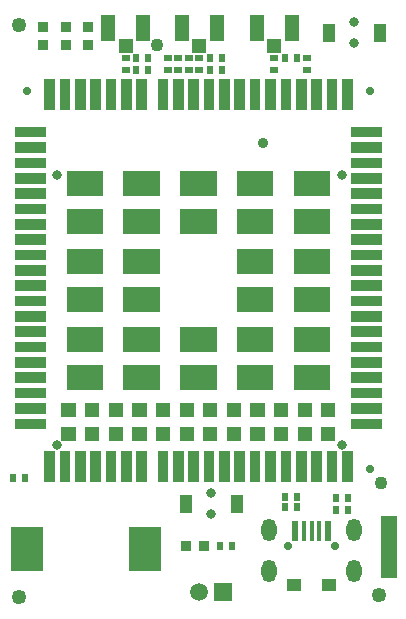
<source format=gbr>
G04 #@! TF.GenerationSoftware,KiCad,Pcbnew,5.1.0-rc2-unknown-036be7d~80~ubuntu16.04.1*
G04 #@! TF.CreationDate,2022-02-25T15:09:56+02:00*
G04 #@! TF.ProjectId,USB-gLINK_Rev_D,5553422d-674c-4494-9e4b-5f5265765f44,D*
G04 #@! TF.SameCoordinates,Original*
G04 #@! TF.FileFunction,Soldermask,Top*
G04 #@! TF.FilePolarity,Negative*
%FSLAX46Y46*%
G04 Gerber Fmt 4.6, Leading zero omitted, Abs format (unit mm)*
G04 Created by KiCad (PCBNEW 5.1.0-rc2-unknown-036be7d~80~ubuntu16.04.1) date 2022-02-25 15:09:56*
%MOMM*%
%LPD*%
G04 APERTURE LIST*
%ADD10C,0.100000*%
%ADD11R,2.801600X3.701600*%
%ADD12C,0.801600*%
%ADD13R,1.001600X1.601600*%
%ADD14R,0.601600X1.751600*%
%ADD15R,0.426600X1.751600*%
%ADD16C,0.701600*%
%ADD17R,1.201600X1.101600*%
%ADD18O,1.301600X1.901600*%
%ADD19R,0.651600X0.601600*%
%ADD20C,2.101600*%
%ADD21C,1.201600*%
%ADD22C,0.901600*%
%ADD23R,0.901600X0.901600*%
%ADD24C,1.501600*%
%ADD25R,1.501600X1.501600*%
%ADD26R,0.601600X0.651600*%
%ADD27C,1.254000*%
%ADD28C,1.101600*%
%ADD29R,1.151600X2.301600*%
%ADD30R,1.151600X1.151600*%
G04 APERTURE END LIST*
D10*
G36*
X160147000Y-98806000D02*
G01*
X158877000Y-98806000D01*
X158877000Y-93599000D01*
X160147000Y-93599000D01*
X160147000Y-98806000D01*
G37*
X160147000Y-98806000D02*
X158877000Y-98806000D01*
X158877000Y-93599000D01*
X160147000Y-93599000D01*
X160147000Y-98806000D01*
D11*
X138905000Y-96393000D03*
X128905000Y-96393000D03*
D12*
X155575000Y-87630000D03*
X155575000Y-64770000D03*
X131445000Y-87630000D03*
X131445000Y-64770000D03*
D13*
X158831501Y-52705000D03*
X154477501Y-52705000D03*
D12*
X156654501Y-53605000D03*
X156654501Y-51805000D03*
D13*
X146703000Y-92583000D03*
X142349000Y-92583000D03*
D12*
X144526000Y-93483000D03*
X144526000Y-91683000D03*
D14*
X151647500Y-94894000D03*
D15*
X152385000Y-94894000D03*
X153035000Y-94894000D03*
X153685000Y-94894000D03*
D14*
X154422500Y-94894000D03*
D16*
X151035000Y-96144000D03*
X155035000Y-96144000D03*
D17*
X151535000Y-99444000D03*
X154535000Y-99444000D03*
D18*
X149435000Y-98294000D03*
X149435000Y-94824000D03*
X156635000Y-94824000D03*
X156635000Y-98294000D03*
D19*
X140843000Y-55880000D03*
X140843000Y-54864000D03*
X141732000Y-54864000D03*
X141732000Y-55880000D03*
X142621000Y-54864000D03*
X142621000Y-55880000D03*
D20*
X143446500Y-68660000D03*
D10*
G36*
X141895700Y-67609200D02*
G01*
X144997300Y-67609200D01*
X144997300Y-69710800D01*
X141895700Y-69710800D01*
X141895700Y-67609200D01*
X141895700Y-67609200D01*
G37*
D20*
X143446500Y-65460000D03*
D10*
G36*
X141895700Y-64409200D02*
G01*
X144997300Y-64409200D01*
X144997300Y-66510800D01*
X141895700Y-66510800D01*
X141895700Y-64409200D01*
X141895700Y-64409200D01*
G37*
D20*
X138646500Y-65460000D03*
D10*
G36*
X137095700Y-64409200D02*
G01*
X140197300Y-64409200D01*
X140197300Y-66510800D01*
X137095700Y-66510800D01*
X137095700Y-64409200D01*
X137095700Y-64409200D01*
G37*
D20*
X153046500Y-68660000D03*
D10*
G36*
X151495700Y-67609200D02*
G01*
X154597300Y-67609200D01*
X154597300Y-69710800D01*
X151495700Y-69710800D01*
X151495700Y-67609200D01*
X151495700Y-67609200D01*
G37*
D20*
X148246500Y-68660000D03*
D10*
G36*
X146695700Y-67609200D02*
G01*
X149797300Y-67609200D01*
X149797300Y-69710800D01*
X146695700Y-69710800D01*
X146695700Y-67609200D01*
X146695700Y-67609200D01*
G37*
D20*
X153046500Y-65460000D03*
D10*
G36*
X151495700Y-64409200D02*
G01*
X154597300Y-64409200D01*
X154597300Y-66510800D01*
X151495700Y-66510800D01*
X151495700Y-64409200D01*
X151495700Y-64409200D01*
G37*
D20*
X138646500Y-68660000D03*
D10*
G36*
X137095700Y-67609200D02*
G01*
X140197300Y-67609200D01*
X140197300Y-69710800D01*
X137095700Y-69710800D01*
X137095700Y-67609200D01*
X137095700Y-67609200D01*
G37*
D20*
X148246500Y-65460000D03*
D10*
G36*
X146695700Y-64409200D02*
G01*
X149797300Y-64409200D01*
X149797300Y-66510800D01*
X146695700Y-66510800D01*
X146695700Y-64409200D01*
X146695700Y-64409200D01*
G37*
D20*
X133846500Y-65460000D03*
D10*
G36*
X132295700Y-64409200D02*
G01*
X135397300Y-64409200D01*
X135397300Y-66510800D01*
X132295700Y-66510800D01*
X132295700Y-64409200D01*
X132295700Y-64409200D01*
G37*
D20*
X133846500Y-68660000D03*
D10*
G36*
X132295700Y-67609200D02*
G01*
X135397300Y-67609200D01*
X135397300Y-69710800D01*
X132295700Y-69710800D01*
X132295700Y-67609200D01*
X132295700Y-67609200D01*
G37*
D20*
X148246500Y-75260000D03*
D10*
G36*
X146695700Y-74209200D02*
G01*
X149797300Y-74209200D01*
X149797300Y-76310800D01*
X146695700Y-76310800D01*
X146695700Y-74209200D01*
X146695700Y-74209200D01*
G37*
D20*
X148246500Y-72060000D03*
D10*
G36*
X146695700Y-71009200D02*
G01*
X149797300Y-71009200D01*
X149797300Y-73110800D01*
X146695700Y-73110800D01*
X146695700Y-71009200D01*
X146695700Y-71009200D01*
G37*
D20*
X138646500Y-72060000D03*
D10*
G36*
X137095700Y-71009200D02*
G01*
X140197300Y-71009200D01*
X140197300Y-73110800D01*
X137095700Y-73110800D01*
X137095700Y-71009200D01*
X137095700Y-71009200D01*
G37*
D20*
X153046500Y-75260000D03*
D10*
G36*
X151495700Y-74209200D02*
G01*
X154597300Y-74209200D01*
X154597300Y-76310800D01*
X151495700Y-76310800D01*
X151495700Y-74209200D01*
X151495700Y-74209200D01*
G37*
D20*
X153046500Y-72060000D03*
D10*
G36*
X151495700Y-71009200D02*
G01*
X154597300Y-71009200D01*
X154597300Y-73110800D01*
X151495700Y-73110800D01*
X151495700Y-71009200D01*
X151495700Y-71009200D01*
G37*
D20*
X138646500Y-75260000D03*
D10*
G36*
X137095700Y-74209200D02*
G01*
X140197300Y-74209200D01*
X140197300Y-76310800D01*
X137095700Y-76310800D01*
X137095700Y-74209200D01*
X137095700Y-74209200D01*
G37*
D20*
X133846500Y-72060000D03*
D10*
G36*
X132295700Y-71009200D02*
G01*
X135397300Y-71009200D01*
X135397300Y-73110800D01*
X132295700Y-73110800D01*
X132295700Y-71009200D01*
X132295700Y-71009200D01*
G37*
D20*
X133846500Y-75260000D03*
D10*
G36*
X132295700Y-74209200D02*
G01*
X135397300Y-74209200D01*
X135397300Y-76310800D01*
X132295700Y-76310800D01*
X132295700Y-74209200D01*
X132295700Y-74209200D01*
G37*
D20*
X143446500Y-78660000D03*
D10*
G36*
X141895700Y-77609200D02*
G01*
X144997300Y-77609200D01*
X144997300Y-79710800D01*
X141895700Y-79710800D01*
X141895700Y-77609200D01*
X141895700Y-77609200D01*
G37*
D20*
X148246500Y-78660000D03*
D10*
G36*
X146695700Y-77609200D02*
G01*
X149797300Y-77609200D01*
X149797300Y-79710800D01*
X146695700Y-79710800D01*
X146695700Y-77609200D01*
X146695700Y-77609200D01*
G37*
D20*
X153046500Y-78660000D03*
D10*
G36*
X151495700Y-77609200D02*
G01*
X154597300Y-77609200D01*
X154597300Y-79710800D01*
X151495700Y-79710800D01*
X151495700Y-77609200D01*
X151495700Y-77609200D01*
G37*
D20*
X138646500Y-78660000D03*
D10*
G36*
X137095700Y-77609200D02*
G01*
X140197300Y-77609200D01*
X140197300Y-79710800D01*
X137095700Y-79710800D01*
X137095700Y-77609200D01*
X137095700Y-77609200D01*
G37*
D20*
X133846500Y-78660000D03*
D10*
G36*
X132295700Y-77609200D02*
G01*
X135397300Y-77609200D01*
X135397300Y-79710800D01*
X132295700Y-79710800D01*
X132295700Y-77609200D01*
X132295700Y-77609200D01*
G37*
D20*
X153046500Y-81860000D03*
D10*
G36*
X151495700Y-80809200D02*
G01*
X154597300Y-80809200D01*
X154597300Y-82910800D01*
X151495700Y-82910800D01*
X151495700Y-80809200D01*
X151495700Y-80809200D01*
G37*
D20*
X148246500Y-81860000D03*
D10*
G36*
X146695700Y-80809200D02*
G01*
X149797300Y-80809200D01*
X149797300Y-82910800D01*
X146695700Y-82910800D01*
X146695700Y-80809200D01*
X146695700Y-80809200D01*
G37*
D20*
X143446500Y-81860000D03*
D10*
G36*
X141895700Y-80809200D02*
G01*
X144997300Y-80809200D01*
X144997300Y-82910800D01*
X141895700Y-82910800D01*
X141895700Y-80809200D01*
X141895700Y-80809200D01*
G37*
D20*
X138646500Y-81860000D03*
D10*
G36*
X137095700Y-80809200D02*
G01*
X140197300Y-80809200D01*
X140197300Y-82910800D01*
X137095700Y-82910800D01*
X137095700Y-80809200D01*
X137095700Y-80809200D01*
G37*
D20*
X133846500Y-81860000D03*
D10*
G36*
X132295700Y-80809200D02*
G01*
X135397300Y-80809200D01*
X135397300Y-82910800D01*
X132295700Y-82910800D01*
X132295700Y-80809200D01*
X132295700Y-80809200D01*
G37*
D16*
X157946500Y-57660000D03*
D21*
X144446500Y-84660000D03*
D10*
G36*
X143845700Y-84059200D02*
G01*
X145047300Y-84059200D01*
X145047300Y-85260800D01*
X143845700Y-85260800D01*
X143845700Y-84059200D01*
X143845700Y-84059200D01*
G37*
D21*
X150446500Y-86660000D03*
D10*
G36*
X149845700Y-86059200D02*
G01*
X151047300Y-86059200D01*
X151047300Y-87260800D01*
X149845700Y-87260800D01*
X149845700Y-86059200D01*
X149845700Y-86059200D01*
G37*
D21*
X146446500Y-84660000D03*
D10*
G36*
X145845700Y-84059200D02*
G01*
X147047300Y-84059200D01*
X147047300Y-85260800D01*
X145845700Y-85260800D01*
X145845700Y-84059200D01*
X145845700Y-84059200D01*
G37*
D21*
X152446500Y-84660000D03*
D10*
G36*
X151845700Y-84059200D02*
G01*
X153047300Y-84059200D01*
X153047300Y-85260800D01*
X151845700Y-85260800D01*
X151845700Y-84059200D01*
X151845700Y-84059200D01*
G37*
D21*
X150446500Y-84660000D03*
D10*
G36*
X149845700Y-84059200D02*
G01*
X151047300Y-84059200D01*
X151047300Y-85260800D01*
X149845700Y-85260800D01*
X149845700Y-84059200D01*
X149845700Y-84059200D01*
G37*
D21*
X144446500Y-86660000D03*
D10*
G36*
X143845700Y-86059200D02*
G01*
X145047300Y-86059200D01*
X145047300Y-87260800D01*
X143845700Y-87260800D01*
X143845700Y-86059200D01*
X143845700Y-86059200D01*
G37*
D21*
X148446500Y-84660000D03*
D10*
G36*
X147845700Y-84059200D02*
G01*
X149047300Y-84059200D01*
X149047300Y-85260800D01*
X147845700Y-85260800D01*
X147845700Y-84059200D01*
X147845700Y-84059200D01*
G37*
D21*
X148446500Y-86660000D03*
D10*
G36*
X147845700Y-86059200D02*
G01*
X149047300Y-86059200D01*
X149047300Y-87260800D01*
X147845700Y-87260800D01*
X147845700Y-86059200D01*
X147845700Y-86059200D01*
G37*
D21*
X154446500Y-84660000D03*
D10*
G36*
X153845700Y-84059200D02*
G01*
X155047300Y-84059200D01*
X155047300Y-85260800D01*
X153845700Y-85260800D01*
X153845700Y-84059200D01*
X153845700Y-84059200D01*
G37*
D21*
X154446500Y-86660000D03*
D10*
G36*
X153845700Y-86059200D02*
G01*
X155047300Y-86059200D01*
X155047300Y-87260800D01*
X153845700Y-87260800D01*
X153845700Y-86059200D01*
X153845700Y-86059200D01*
G37*
D21*
X146446500Y-86660000D03*
D10*
G36*
X145845700Y-86059200D02*
G01*
X147047300Y-86059200D01*
X147047300Y-87260800D01*
X145845700Y-87260800D01*
X145845700Y-86059200D01*
X145845700Y-86059200D01*
G37*
D21*
X152446500Y-86660000D03*
D10*
G36*
X151845700Y-86059200D02*
G01*
X153047300Y-86059200D01*
X153047300Y-87260800D01*
X151845700Y-87260800D01*
X151845700Y-86059200D01*
X151845700Y-86059200D01*
G37*
D21*
X142446500Y-84660000D03*
D10*
G36*
X141845700Y-84059200D02*
G01*
X143047300Y-84059200D01*
X143047300Y-85260800D01*
X141845700Y-85260800D01*
X141845700Y-84059200D01*
X141845700Y-84059200D01*
G37*
D21*
X142446500Y-86660000D03*
D10*
G36*
X141845700Y-86059200D02*
G01*
X143047300Y-86059200D01*
X143047300Y-87260800D01*
X141845700Y-87260800D01*
X141845700Y-86059200D01*
X141845700Y-86059200D01*
G37*
D21*
X140446500Y-86660000D03*
D10*
G36*
X139845700Y-86059200D02*
G01*
X141047300Y-86059200D01*
X141047300Y-87260800D01*
X139845700Y-87260800D01*
X139845700Y-86059200D01*
X139845700Y-86059200D01*
G37*
D21*
X140446500Y-84660000D03*
D10*
G36*
X139845700Y-84059200D02*
G01*
X141047300Y-84059200D01*
X141047300Y-85260800D01*
X139845700Y-85260800D01*
X139845700Y-84059200D01*
X139845700Y-84059200D01*
G37*
D21*
X138446500Y-84660000D03*
D10*
G36*
X137845700Y-84059200D02*
G01*
X139047300Y-84059200D01*
X139047300Y-85260800D01*
X137845700Y-85260800D01*
X137845700Y-84059200D01*
X137845700Y-84059200D01*
G37*
D21*
X138446500Y-86660000D03*
D10*
G36*
X137845700Y-86059200D02*
G01*
X139047300Y-86059200D01*
X139047300Y-87260800D01*
X137845700Y-87260800D01*
X137845700Y-86059200D01*
X137845700Y-86059200D01*
G37*
D21*
X136446500Y-84660000D03*
D10*
G36*
X135845700Y-84059200D02*
G01*
X137047300Y-84059200D01*
X137047300Y-85260800D01*
X135845700Y-85260800D01*
X135845700Y-84059200D01*
X135845700Y-84059200D01*
G37*
D21*
X136446500Y-86660000D03*
D10*
G36*
X135845700Y-86059200D02*
G01*
X137047300Y-86059200D01*
X137047300Y-87260800D01*
X135845700Y-87260800D01*
X135845700Y-86059200D01*
X135845700Y-86059200D01*
G37*
D21*
X134446500Y-84660000D03*
D10*
G36*
X133845700Y-84059200D02*
G01*
X135047300Y-84059200D01*
X135047300Y-85260800D01*
X133845700Y-85260800D01*
X133845700Y-84059200D01*
X133845700Y-84059200D01*
G37*
D21*
X134446500Y-86660000D03*
D10*
G36*
X133845700Y-86059200D02*
G01*
X135047300Y-86059200D01*
X135047300Y-87260800D01*
X133845700Y-87260800D01*
X133845700Y-86059200D01*
X133845700Y-86059200D01*
G37*
D21*
X132446500Y-84660000D03*
D10*
G36*
X131845700Y-84059200D02*
G01*
X133047300Y-84059200D01*
X133047300Y-85260800D01*
X131845700Y-85260800D01*
X131845700Y-84059200D01*
X131845700Y-84059200D01*
G37*
D21*
X132446500Y-86660000D03*
D10*
G36*
X131845700Y-86059200D02*
G01*
X133047300Y-86059200D01*
X133047300Y-87260800D01*
X131845700Y-87260800D01*
X131845700Y-86059200D01*
X131845700Y-86059200D01*
G37*
D22*
X129196500Y-70210000D03*
D10*
G36*
X127895700Y-70660800D02*
G01*
X127895700Y-69759200D01*
X130497300Y-69759200D01*
X130497300Y-70660800D01*
X127895700Y-70660800D01*
X127895700Y-70660800D01*
G37*
D22*
X129196500Y-67610000D03*
D10*
G36*
X127895700Y-68060800D02*
G01*
X127895700Y-67159200D01*
X130497300Y-67159200D01*
X130497300Y-68060800D01*
X127895700Y-68060800D01*
X127895700Y-68060800D01*
G37*
D22*
X129196500Y-80610000D03*
D10*
G36*
X127895700Y-81060800D02*
G01*
X127895700Y-80159200D01*
X130497300Y-80159200D01*
X130497300Y-81060800D01*
X127895700Y-81060800D01*
X127895700Y-81060800D01*
G37*
D22*
X129196500Y-78010000D03*
D10*
G36*
X127895700Y-78460800D02*
G01*
X127895700Y-77559200D01*
X130497300Y-77559200D01*
X130497300Y-78460800D01*
X127895700Y-78460800D01*
X127895700Y-78460800D01*
G37*
D22*
X129196500Y-71510000D03*
D10*
G36*
X127895700Y-71960800D02*
G01*
X127895700Y-71059200D01*
X130497300Y-71059200D01*
X130497300Y-71960800D01*
X127895700Y-71960800D01*
X127895700Y-71960800D01*
G37*
D22*
X129196500Y-74110000D03*
D10*
G36*
X127895700Y-74560800D02*
G01*
X127895700Y-73659200D01*
X130497300Y-73659200D01*
X130497300Y-74560800D01*
X127895700Y-74560800D01*
X127895700Y-74560800D01*
G37*
D22*
X129196500Y-75410000D03*
D10*
G36*
X127895700Y-75860800D02*
G01*
X127895700Y-74959200D01*
X130497300Y-74959200D01*
X130497300Y-75860800D01*
X127895700Y-75860800D01*
X127895700Y-75860800D01*
G37*
D22*
X129196500Y-66310000D03*
D10*
G36*
X127895700Y-66760800D02*
G01*
X127895700Y-65859200D01*
X130497300Y-65859200D01*
X130497300Y-66760800D01*
X127895700Y-66760800D01*
X127895700Y-66760800D01*
G37*
D22*
X129196500Y-76710000D03*
D10*
G36*
X127895700Y-77160800D02*
G01*
X127895700Y-76259200D01*
X130497300Y-76259200D01*
X130497300Y-77160800D01*
X127895700Y-77160800D01*
X127895700Y-77160800D01*
G37*
D22*
X129196500Y-84510000D03*
D10*
G36*
X127895700Y-84960800D02*
G01*
X127895700Y-84059200D01*
X130497300Y-84059200D01*
X130497300Y-84960800D01*
X127895700Y-84960800D01*
X127895700Y-84960800D01*
G37*
D22*
X129196500Y-68910000D03*
D10*
G36*
X127895700Y-69360800D02*
G01*
X127895700Y-68459200D01*
X130497300Y-68459200D01*
X130497300Y-69360800D01*
X127895700Y-69360800D01*
X127895700Y-69360800D01*
G37*
D22*
X129196500Y-63710000D03*
D10*
G36*
X127895700Y-64160800D02*
G01*
X127895700Y-63259200D01*
X130497300Y-63259200D01*
X130497300Y-64160800D01*
X127895700Y-64160800D01*
X127895700Y-64160800D01*
G37*
D22*
X129196500Y-83210000D03*
D10*
G36*
X127895700Y-83660800D02*
G01*
X127895700Y-82759200D01*
X130497300Y-82759200D01*
X130497300Y-83660800D01*
X127895700Y-83660800D01*
X127895700Y-83660800D01*
G37*
D22*
X129196500Y-61110000D03*
D10*
G36*
X127895700Y-61560800D02*
G01*
X127895700Y-60659200D01*
X130497300Y-60659200D01*
X130497300Y-61560800D01*
X127895700Y-61560800D01*
X127895700Y-61560800D01*
G37*
D22*
X129196500Y-81910000D03*
D10*
G36*
X127895700Y-82360800D02*
G01*
X127895700Y-81459200D01*
X130497300Y-81459200D01*
X130497300Y-82360800D01*
X127895700Y-82360800D01*
X127895700Y-82360800D01*
G37*
D22*
X129196500Y-72810000D03*
D10*
G36*
X127895700Y-73260800D02*
G01*
X127895700Y-72359200D01*
X130497300Y-72359200D01*
X130497300Y-73260800D01*
X127895700Y-73260800D01*
X127895700Y-73260800D01*
G37*
D22*
X129196500Y-85810000D03*
D10*
G36*
X127895700Y-86260800D02*
G01*
X127895700Y-85359200D01*
X130497300Y-85359200D01*
X130497300Y-86260800D01*
X127895700Y-86260800D01*
X127895700Y-86260800D01*
G37*
D22*
X129196500Y-79310000D03*
D10*
G36*
X127895700Y-79760800D02*
G01*
X127895700Y-78859200D01*
X130497300Y-78859200D01*
X130497300Y-79760800D01*
X127895700Y-79760800D01*
X127895700Y-79760800D01*
G37*
D22*
X129196500Y-62410000D03*
D10*
G36*
X127895700Y-62860800D02*
G01*
X127895700Y-61959200D01*
X130497300Y-61959200D01*
X130497300Y-62860800D01*
X127895700Y-62860800D01*
X127895700Y-62860800D01*
G37*
D22*
X129196500Y-65010000D03*
D10*
G36*
X127895700Y-65460800D02*
G01*
X127895700Y-64559200D01*
X130497300Y-64559200D01*
X130497300Y-65460800D01*
X127895700Y-65460800D01*
X127895700Y-65460800D01*
G37*
D22*
X157696500Y-67610000D03*
D10*
G36*
X156395700Y-68060800D02*
G01*
X156395700Y-67159200D01*
X158997300Y-67159200D01*
X158997300Y-68060800D01*
X156395700Y-68060800D01*
X156395700Y-68060800D01*
G37*
D22*
X157696500Y-65010000D03*
D10*
G36*
X156395700Y-65460800D02*
G01*
X156395700Y-64559200D01*
X158997300Y-64559200D01*
X158997300Y-65460800D01*
X156395700Y-65460800D01*
X156395700Y-65460800D01*
G37*
D22*
X157696500Y-61110000D03*
D10*
G36*
X156395700Y-61560800D02*
G01*
X156395700Y-60659200D01*
X158997300Y-60659200D01*
X158997300Y-61560800D01*
X156395700Y-61560800D01*
X156395700Y-61560800D01*
G37*
D22*
X157696500Y-62410000D03*
D10*
G36*
X156395700Y-62860800D02*
G01*
X156395700Y-61959200D01*
X158997300Y-61959200D01*
X158997300Y-62860800D01*
X156395700Y-62860800D01*
X156395700Y-62860800D01*
G37*
D22*
X157696500Y-63710000D03*
D10*
G36*
X156395700Y-64160800D02*
G01*
X156395700Y-63259200D01*
X158997300Y-63259200D01*
X158997300Y-64160800D01*
X156395700Y-64160800D01*
X156395700Y-64160800D01*
G37*
D22*
X157696500Y-71510000D03*
D10*
G36*
X156395700Y-71960800D02*
G01*
X156395700Y-71059200D01*
X158997300Y-71059200D01*
X158997300Y-71960800D01*
X156395700Y-71960800D01*
X156395700Y-71960800D01*
G37*
D22*
X157696500Y-70210000D03*
D10*
G36*
X156395700Y-70660800D02*
G01*
X156395700Y-69759200D01*
X158997300Y-69759200D01*
X158997300Y-70660800D01*
X156395700Y-70660800D01*
X156395700Y-70660800D01*
G37*
D22*
X157696500Y-68910000D03*
D10*
G36*
X156395700Y-69360800D02*
G01*
X156395700Y-68459200D01*
X158997300Y-68459200D01*
X158997300Y-69360800D01*
X156395700Y-69360800D01*
X156395700Y-69360800D01*
G37*
D22*
X157696500Y-72810000D03*
D10*
G36*
X156395700Y-73260800D02*
G01*
X156395700Y-72359200D01*
X158997300Y-72359200D01*
X158997300Y-73260800D01*
X156395700Y-73260800D01*
X156395700Y-73260800D01*
G37*
D22*
X157696500Y-66310000D03*
D10*
G36*
X156395700Y-66760800D02*
G01*
X156395700Y-65859200D01*
X158997300Y-65859200D01*
X158997300Y-66760800D01*
X156395700Y-66760800D01*
X156395700Y-66760800D01*
G37*
D22*
X157696500Y-74110000D03*
D10*
G36*
X156395700Y-74560800D02*
G01*
X156395700Y-73659200D01*
X158997300Y-73659200D01*
X158997300Y-74560800D01*
X156395700Y-74560800D01*
X156395700Y-74560800D01*
G37*
D22*
X157696500Y-75410000D03*
D10*
G36*
X156395700Y-75860800D02*
G01*
X156395700Y-74959200D01*
X158997300Y-74959200D01*
X158997300Y-75860800D01*
X156395700Y-75860800D01*
X156395700Y-75860800D01*
G37*
D22*
X157696500Y-76710000D03*
D10*
G36*
X156395700Y-77160800D02*
G01*
X156395700Y-76259200D01*
X158997300Y-76259200D01*
X158997300Y-77160800D01*
X156395700Y-77160800D01*
X156395700Y-77160800D01*
G37*
D22*
X157696500Y-78010000D03*
D10*
G36*
X156395700Y-78460800D02*
G01*
X156395700Y-77559200D01*
X158997300Y-77559200D01*
X158997300Y-78460800D01*
X156395700Y-78460800D01*
X156395700Y-78460800D01*
G37*
D22*
X157696500Y-79310000D03*
D10*
G36*
X156395700Y-79760800D02*
G01*
X156395700Y-78859200D01*
X158997300Y-78859200D01*
X158997300Y-79760800D01*
X156395700Y-79760800D01*
X156395700Y-79760800D01*
G37*
D22*
X157696500Y-80610000D03*
D10*
G36*
X156395700Y-81060800D02*
G01*
X156395700Y-80159200D01*
X158997300Y-80159200D01*
X158997300Y-81060800D01*
X156395700Y-81060800D01*
X156395700Y-81060800D01*
G37*
D22*
X157696500Y-81910000D03*
D10*
G36*
X156395700Y-82360800D02*
G01*
X156395700Y-81459200D01*
X158997300Y-81459200D01*
X158997300Y-82360800D01*
X156395700Y-82360800D01*
X156395700Y-82360800D01*
G37*
D22*
X157696500Y-83210000D03*
D10*
G36*
X156395700Y-83660800D02*
G01*
X156395700Y-82759200D01*
X158997300Y-82759200D01*
X158997300Y-83660800D01*
X156395700Y-83660800D01*
X156395700Y-83660800D01*
G37*
D22*
X157696500Y-84510000D03*
D10*
G36*
X156395700Y-84960800D02*
G01*
X156395700Y-84059200D01*
X158997300Y-84059200D01*
X158997300Y-84960800D01*
X156395700Y-84960800D01*
X156395700Y-84960800D01*
G37*
D22*
X157696500Y-85810000D03*
D10*
G36*
X156395700Y-86260800D02*
G01*
X156395700Y-85359200D01*
X158997300Y-85359200D01*
X158997300Y-86260800D01*
X156395700Y-86260800D01*
X156395700Y-86260800D01*
G37*
D16*
X128946500Y-57660000D03*
D22*
X136046500Y-57910000D03*
D10*
G36*
X135595700Y-56609200D02*
G01*
X136497300Y-56609200D01*
X136497300Y-59210800D01*
X135595700Y-59210800D01*
X135595700Y-56609200D01*
X135595700Y-56609200D01*
G37*
D22*
X140446500Y-57910000D03*
D10*
G36*
X139995700Y-56609200D02*
G01*
X140897300Y-56609200D01*
X140897300Y-59210800D01*
X139995700Y-59210800D01*
X139995700Y-56609200D01*
X139995700Y-56609200D01*
G37*
D22*
X141746500Y-57910000D03*
D10*
G36*
X141295700Y-56609200D02*
G01*
X142197300Y-56609200D01*
X142197300Y-59210800D01*
X141295700Y-59210800D01*
X141295700Y-56609200D01*
X141295700Y-56609200D01*
G37*
D22*
X133446500Y-57910000D03*
D10*
G36*
X132995700Y-56609200D02*
G01*
X133897300Y-56609200D01*
X133897300Y-59210800D01*
X132995700Y-59210800D01*
X132995700Y-56609200D01*
X132995700Y-56609200D01*
G37*
D22*
X150846500Y-57910000D03*
D10*
G36*
X150395700Y-56609200D02*
G01*
X151297300Y-56609200D01*
X151297300Y-59210800D01*
X150395700Y-59210800D01*
X150395700Y-56609200D01*
X150395700Y-56609200D01*
G37*
D22*
X148246500Y-57910000D03*
D10*
G36*
X147795700Y-56609200D02*
G01*
X148697300Y-56609200D01*
X148697300Y-59210800D01*
X147795700Y-59210800D01*
X147795700Y-56609200D01*
X147795700Y-56609200D01*
G37*
D22*
X143046500Y-57910000D03*
D10*
G36*
X142595700Y-56609200D02*
G01*
X143497300Y-56609200D01*
X143497300Y-59210800D01*
X142595700Y-59210800D01*
X142595700Y-56609200D01*
X142595700Y-56609200D01*
G37*
D22*
X144346500Y-57910000D03*
D10*
G36*
X143895700Y-56609200D02*
G01*
X144797300Y-56609200D01*
X144797300Y-59210800D01*
X143895700Y-59210800D01*
X143895700Y-56609200D01*
X143895700Y-56609200D01*
G37*
D22*
X137346500Y-57910000D03*
D10*
G36*
X136895700Y-56609200D02*
G01*
X137797300Y-56609200D01*
X137797300Y-59210800D01*
X136895700Y-59210800D01*
X136895700Y-56609200D01*
X136895700Y-56609200D01*
G37*
D22*
X134746500Y-57910000D03*
D10*
G36*
X134295700Y-56609200D02*
G01*
X135197300Y-56609200D01*
X135197300Y-59210800D01*
X134295700Y-59210800D01*
X134295700Y-56609200D01*
X134295700Y-56609200D01*
G37*
D22*
X154746500Y-57910000D03*
D10*
G36*
X154295700Y-56609200D02*
G01*
X155197300Y-56609200D01*
X155197300Y-59210800D01*
X154295700Y-59210800D01*
X154295700Y-56609200D01*
X154295700Y-56609200D01*
G37*
D22*
X156046500Y-57910000D03*
D10*
G36*
X155595700Y-56609200D02*
G01*
X156497300Y-56609200D01*
X156497300Y-59210800D01*
X155595700Y-59210800D01*
X155595700Y-56609200D01*
X155595700Y-56609200D01*
G37*
D22*
X130846500Y-57910000D03*
D10*
G36*
X130395700Y-56609200D02*
G01*
X131297300Y-56609200D01*
X131297300Y-59210800D01*
X130395700Y-59210800D01*
X130395700Y-56609200D01*
X130395700Y-56609200D01*
G37*
D22*
X145646500Y-57910000D03*
D10*
G36*
X145195700Y-56609200D02*
G01*
X146097300Y-56609200D01*
X146097300Y-59210800D01*
X145195700Y-59210800D01*
X145195700Y-56609200D01*
X145195700Y-56609200D01*
G37*
D22*
X132146500Y-57910000D03*
D10*
G36*
X131695700Y-56609200D02*
G01*
X132597300Y-56609200D01*
X132597300Y-59210800D01*
X131695700Y-59210800D01*
X131695700Y-56609200D01*
X131695700Y-56609200D01*
G37*
D22*
X149546500Y-57910000D03*
D10*
G36*
X149095700Y-56609200D02*
G01*
X149997300Y-56609200D01*
X149997300Y-59210800D01*
X149095700Y-59210800D01*
X149095700Y-56609200D01*
X149095700Y-56609200D01*
G37*
D22*
X138646500Y-57910000D03*
D10*
G36*
X138195700Y-56609200D02*
G01*
X139097300Y-56609200D01*
X139097300Y-59210800D01*
X138195700Y-59210800D01*
X138195700Y-56609200D01*
X138195700Y-56609200D01*
G37*
D22*
X152146500Y-57910000D03*
D10*
G36*
X151695700Y-56609200D02*
G01*
X152597300Y-56609200D01*
X152597300Y-59210800D01*
X151695700Y-59210800D01*
X151695700Y-56609200D01*
X151695700Y-56609200D01*
G37*
D22*
X146946500Y-57910000D03*
D10*
G36*
X146495700Y-56609200D02*
G01*
X147397300Y-56609200D01*
X147397300Y-59210800D01*
X146495700Y-59210800D01*
X146495700Y-56609200D01*
X146495700Y-56609200D01*
G37*
D22*
X153446500Y-57910000D03*
D10*
G36*
X152995700Y-56609200D02*
G01*
X153897300Y-56609200D01*
X153897300Y-59210800D01*
X152995700Y-59210800D01*
X152995700Y-56609200D01*
X152995700Y-56609200D01*
G37*
D22*
X156046500Y-89410000D03*
D10*
G36*
X155595700Y-88109200D02*
G01*
X156497300Y-88109200D01*
X156497300Y-90710800D01*
X155595700Y-90710800D01*
X155595700Y-88109200D01*
X155595700Y-88109200D01*
G37*
D22*
X154746500Y-89410000D03*
D10*
G36*
X154295700Y-88109200D02*
G01*
X155197300Y-88109200D01*
X155197300Y-90710800D01*
X154295700Y-90710800D01*
X154295700Y-88109200D01*
X154295700Y-88109200D01*
G37*
D22*
X153446500Y-89410000D03*
D10*
G36*
X152995700Y-88109200D02*
G01*
X153897300Y-88109200D01*
X153897300Y-90710800D01*
X152995700Y-90710800D01*
X152995700Y-88109200D01*
X152995700Y-88109200D01*
G37*
D22*
X152146500Y-89410000D03*
D10*
G36*
X151695700Y-88109200D02*
G01*
X152597300Y-88109200D01*
X152597300Y-90710800D01*
X151695700Y-90710800D01*
X151695700Y-88109200D01*
X151695700Y-88109200D01*
G37*
D22*
X150846500Y-89410000D03*
D10*
G36*
X150395700Y-88109200D02*
G01*
X151297300Y-88109200D01*
X151297300Y-90710800D01*
X150395700Y-90710800D01*
X150395700Y-88109200D01*
X150395700Y-88109200D01*
G37*
D22*
X149546500Y-89410000D03*
D10*
G36*
X149095700Y-88109200D02*
G01*
X149997300Y-88109200D01*
X149997300Y-90710800D01*
X149095700Y-90710800D01*
X149095700Y-88109200D01*
X149095700Y-88109200D01*
G37*
D22*
X148246500Y-89410000D03*
D10*
G36*
X147795700Y-88109200D02*
G01*
X148697300Y-88109200D01*
X148697300Y-90710800D01*
X147795700Y-90710800D01*
X147795700Y-88109200D01*
X147795700Y-88109200D01*
G37*
D22*
X146946500Y-89410000D03*
D10*
G36*
X146495700Y-88109200D02*
G01*
X147397300Y-88109200D01*
X147397300Y-90710800D01*
X146495700Y-90710800D01*
X146495700Y-88109200D01*
X146495700Y-88109200D01*
G37*
D22*
X145646500Y-89410000D03*
D10*
G36*
X145195700Y-88109200D02*
G01*
X146097300Y-88109200D01*
X146097300Y-90710800D01*
X145195700Y-90710800D01*
X145195700Y-88109200D01*
X145195700Y-88109200D01*
G37*
D22*
X144346500Y-89410000D03*
D10*
G36*
X143895700Y-88109200D02*
G01*
X144797300Y-88109200D01*
X144797300Y-90710800D01*
X143895700Y-90710800D01*
X143895700Y-88109200D01*
X143895700Y-88109200D01*
G37*
D22*
X143046500Y-89410000D03*
D10*
G36*
X142595700Y-88109200D02*
G01*
X143497300Y-88109200D01*
X143497300Y-90710800D01*
X142595700Y-90710800D01*
X142595700Y-88109200D01*
X142595700Y-88109200D01*
G37*
D22*
X141746500Y-89410000D03*
D10*
G36*
X141295700Y-88109200D02*
G01*
X142197300Y-88109200D01*
X142197300Y-90710800D01*
X141295700Y-90710800D01*
X141295700Y-88109200D01*
X141295700Y-88109200D01*
G37*
D22*
X140446500Y-89410000D03*
D10*
G36*
X139995700Y-88109200D02*
G01*
X140897300Y-88109200D01*
X140897300Y-90710800D01*
X139995700Y-90710800D01*
X139995700Y-88109200D01*
X139995700Y-88109200D01*
G37*
D22*
X138646500Y-89410000D03*
D10*
G36*
X138195700Y-88109200D02*
G01*
X139097300Y-88109200D01*
X139097300Y-90710800D01*
X138195700Y-90710800D01*
X138195700Y-88109200D01*
X138195700Y-88109200D01*
G37*
D22*
X137346500Y-89410000D03*
D10*
G36*
X136895700Y-88109200D02*
G01*
X137797300Y-88109200D01*
X137797300Y-90710800D01*
X136895700Y-90710800D01*
X136895700Y-88109200D01*
X136895700Y-88109200D01*
G37*
D22*
X136046500Y-89410000D03*
D10*
G36*
X135595700Y-88109200D02*
G01*
X136497300Y-88109200D01*
X136497300Y-90710800D01*
X135595700Y-90710800D01*
X135595700Y-88109200D01*
X135595700Y-88109200D01*
G37*
D22*
X134746500Y-89410000D03*
D10*
G36*
X134295700Y-88109200D02*
G01*
X135197300Y-88109200D01*
X135197300Y-90710800D01*
X134295700Y-90710800D01*
X134295700Y-88109200D01*
X134295700Y-88109200D01*
G37*
D22*
X133446500Y-89410000D03*
D10*
G36*
X132995700Y-88109200D02*
G01*
X133897300Y-88109200D01*
X133897300Y-90710800D01*
X132995700Y-90710800D01*
X132995700Y-88109200D01*
X132995700Y-88109200D01*
G37*
D22*
X132146500Y-89410000D03*
D10*
G36*
X131695700Y-88109200D02*
G01*
X132597300Y-88109200D01*
X132597300Y-90710800D01*
X131695700Y-90710800D01*
X131695700Y-88109200D01*
X131695700Y-88109200D01*
G37*
D22*
X130846500Y-89410000D03*
D10*
G36*
X130395700Y-88109200D02*
G01*
X131297300Y-88109200D01*
X131297300Y-90710800D01*
X130395700Y-90710800D01*
X130395700Y-88109200D01*
X130395700Y-88109200D01*
G37*
D16*
X157946500Y-89660000D03*
D23*
X130302000Y-53735899D03*
X130302000Y-52211899D03*
D24*
X143525240Y-100058220D03*
D25*
X145554700Y-100055680D03*
D26*
X155067000Y-92075000D03*
X156083000Y-92075000D03*
X138176000Y-55880000D03*
X139192000Y-55880000D03*
X138176000Y-54864000D03*
X139192000Y-54864000D03*
X144399000Y-55880000D03*
X145415000Y-55880000D03*
X145415000Y-54864000D03*
X144399000Y-54864000D03*
D23*
X143891000Y-96139000D03*
X142367000Y-96139000D03*
D27*
X128270000Y-52070000D03*
X158750000Y-100330000D03*
D28*
X158877000Y-90805000D03*
D26*
X146304000Y-96139000D03*
X145288000Y-96139000D03*
X155067000Y-93091000D03*
X156083000Y-93091000D03*
X151765000Y-92888500D03*
X150749000Y-92888500D03*
X151765000Y-92011500D03*
X150749000Y-92011500D03*
D19*
X137287000Y-55880000D03*
X137287000Y-54864000D03*
D29*
X142010000Y-52324000D03*
X145010000Y-52324000D03*
D30*
X143510000Y-53824000D03*
X137287000Y-53824000D03*
D29*
X138787000Y-52324000D03*
X135787000Y-52324000D03*
D23*
X132207000Y-52211899D03*
X132207000Y-53735899D03*
X134112000Y-52211899D03*
X134112000Y-53735899D03*
D29*
X148360000Y-52324000D03*
X151360000Y-52324000D03*
D30*
X149860000Y-53824000D03*
D19*
X152654000Y-54864000D03*
X152654000Y-55880000D03*
X149860000Y-55880000D03*
X149860000Y-54864000D03*
D26*
X150749000Y-54864000D03*
X151765000Y-54864000D03*
D27*
X128270000Y-100457000D03*
D19*
X143510000Y-55880000D03*
X143510000Y-54864000D03*
D26*
X127762000Y-90424000D03*
X128778000Y-90424000D03*
D28*
X139932000Y-53762000D03*
D22*
X148932000Y-62062000D03*
M02*

</source>
